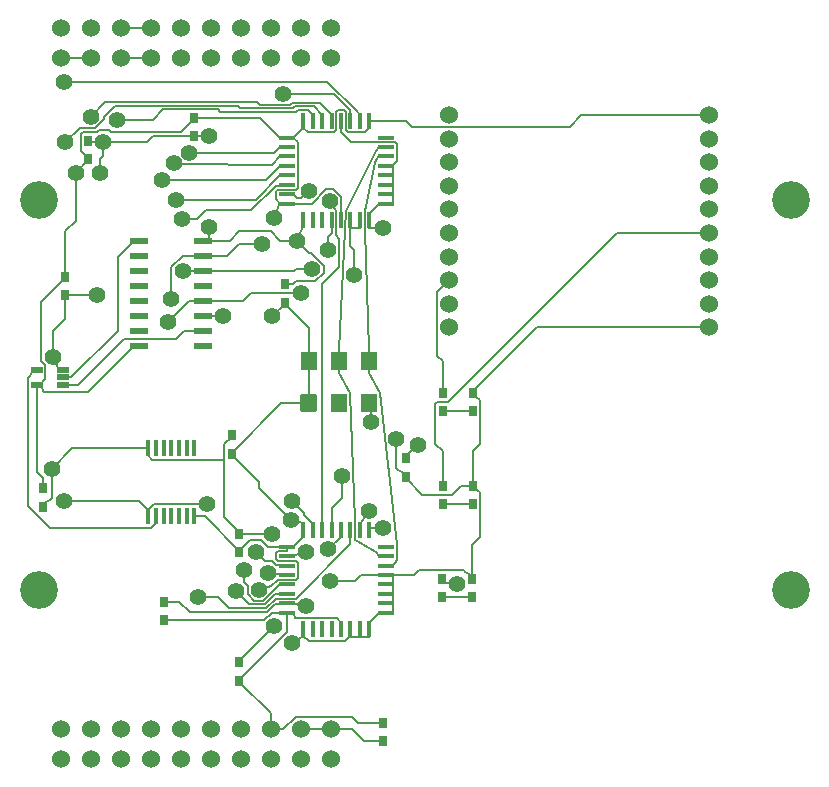
<source format=gtl>
*
*
G04 PADS 9.3.1 Build Number: 456998 generated Gerber (RS-274-X) file*
G04 PC Version=2.1*
*
%IN "DistanceRadioRover.pcb"*%
*
%MOIN*%
*
%FSLAX35Y35*%
*
*
*
*
G04 PC Standard Apertures*
*
*
G04 Thermal Relief Aperture macro.*
%AMTER*
1,1,$1,0,0*
1,0,$1-$2,0,0*
21,0,$3,$4,0,0,45*
21,0,$3,$4,0,0,135*
%
*
*
G04 Annular Aperture macro.*
%AMANN*
1,1,$1,0,0*
1,0,$2,0,0*
%
*
*
G04 Odd Aperture macro.*
%AMODD*
1,1,$1,0,0*
1,0,$1-0.005,0,0*
%
*
*
G04 PC Custom Aperture Macros*
*
*
*
*
*
*
G04 PC Aperture Table*
*
%ADD010C,0.001*%
%ADD023R,0.03X0.038*%
%ADD026C,0.06*%
%ADD033C,0.006*%
%ADD037C,0.055*%
%ADD140R,0.05906X0.02362*%
%ADD188R,0.05512X0.01181*%
%ADD189R,0.01181X0.05512*%
%ADD190C,0.0126*%
%ADD191R,0.05709X0.05906*%
%ADD192R,0.01575X0.05709*%
%ADD193R,0.03937X0.01969*%
%ADD194C,0.12598*%
*
*
*
*
G04 PC Circuitry*
G04 Layer Name DistanceRadioRover.pcb - circuitry*
%LPD*%
*
*
G04 PC Custom Flashes*
G04 Layer Name DistanceRadioRover.pcb - flashes*
%LPD*%
*
*
G04 PC Circuitry*
G04 Layer Name DistanceRadioRover.pcb - circuitry*
%LPD*%
*
G54D10*
G54D23*
G01X65512Y222313D03*
Y216113D03*
X80630Y34695D03*
Y40895D03*
X78110Y110286D03*
Y116486D03*
X136063Y108927D03*
Y102727D03*
X128504Y20738D03*
Y14538D03*
X80630Y77530D03*
Y83730D03*
X22677Y169399D03*
Y163199D03*
X55433Y54853D03*
Y61053D03*
X30236Y208554D03*
Y214754D03*
X95748Y160680D03*
Y166880D03*
X15118Y98848D03*
Y92648D03*
X148408Y99720D03*
Y93520D03*
X158487Y99720D03*
Y93520D03*
X148222Y68707D03*
Y62507D03*
X158300Y68707D03*
Y62507D03*
X148408Y130734D03*
Y124534D03*
X158487Y130734D03*
Y124534D03*
G54D26*
X21067Y8508D03*
Y18508D03*
X31067Y8508D03*
Y18508D03*
X41067Y8508D03*
Y18508D03*
X51067Y8508D03*
Y18508D03*
X61067Y8508D03*
Y18508D03*
X71067Y8508D03*
Y18508D03*
X81067Y8508D03*
Y18508D03*
X91067Y8508D03*
Y18508D03*
X101067Y8508D03*
Y18508D03*
X111067Y8508D03*
Y18508D03*
X21067Y242258D03*
Y252258D03*
X31067Y242258D03*
Y252258D03*
X41067Y242258D03*
Y252258D03*
X51067Y242258D03*
Y252258D03*
X61067Y242258D03*
Y252258D03*
X71067Y242258D03*
Y252258D03*
X81067Y242258D03*
Y252258D03*
X91067Y242258D03*
Y252258D03*
X101067Y242258D03*
Y252258D03*
X111067Y242258D03*
Y252258D03*
X237134Y223299D03*
Y215425D03*
Y207551D03*
Y199677D03*
Y191803D03*
Y183929D03*
Y176055D03*
Y168181D03*
Y160307D03*
Y152433D03*
X150520Y223299D03*
Y215425D03*
Y207551D03*
Y199677D03*
Y191803D03*
Y183929D03*
Y176055D03*
Y168181D03*
Y160307D03*
Y152433D03*
G54D33*
X101067Y18508D02*
X111067D01*
X91067D02*
X95259D01*
X99428Y22677*
X118289*
X120228Y20738*
X128504*
X111067Y18508D02*
X118289D01*
X122259Y14538*
X128504*
X80630Y40895D02*
Y41295D01*
X86203Y46868*
Y46896*
X92220Y52913*
X80630Y34695D02*
Y34295D01*
X91067Y23858*
Y18508*
X80630Y34695D02*
Y35095D01*
X96457Y50922*
Y57329*
X98268Y47370D02*
X101678Y49361D01*
X101969Y49531*
Y51817*
X55433Y61053D02*
X60565D01*
X64169Y57449*
X89888*
X92628Y60188*
X96457*
Y60479*
X55433Y54853D02*
X88994D01*
X91470Y57329*
X96457*
X67024Y62488D02*
X73575D01*
X77105Y58958*
X89696*
X92792Y62053*
X99501*
X117717Y80269*
Y84888*
X79622Y64504D02*
X83968Y60158D01*
X89196*
X92666Y63628*
X96457*
X87181Y65008D02*
X91205Y66146D01*
X93412Y68353*
X99501*
X100113Y68964*
Y74040*
X101969Y51817D02*
Y49652D01*
X103746Y47874*
X115939*
X117717Y49652*
Y51817*
X96457Y57329D02*
X98849D01*
X98913Y57038*
X99253Y55473*
X113076*
X114567Y53983*
Y51817*
X96457Y60479D02*
X97350D01*
X102803Y59465*
X110866Y68031D02*
X119246D01*
X121142Y69927*
X129528*
X120866Y51817D02*
Y49361D01*
X124016*
Y51817*
X117717D02*
Y49361D01*
X120866*
Y51817*
X131983Y66778D02*
X129528D01*
X131983*
Y69927*
Y63628D02*
X129528D01*
X131983*
Y66778*
Y60479D02*
X129528D01*
X131983*
Y63628*
X129528Y57329D02*
X131983D01*
Y60479*
X124016Y51817D02*
Y53983D01*
X127362Y57329*
X129528*
X148222Y62507D02*
X158300D01*
X80630Y83730D02*
X85510D01*
X85586Y83654*
X91717*
X80630Y77530D02*
Y77930D01*
X84338Y81638*
X87937*
X90199Y79376*
X96457*
X92801Y77190D02*
X93412Y77801D01*
X96372*
X96457Y77886*
Y79376*
X92801Y77190D02*
Y75263D01*
X93481Y74583*
X99570*
X100113Y74040*
X97764Y88189D02*
X101969Y87281D01*
Y84888*
X82142Y71559D02*
Y67528D01*
X83402Y66268*
Y63626*
X85669Y61358*
X88696*
X92527Y65190*
X92703*
X94291Y66778*
X96457*
X90205Y70551D02*
X94001Y70218D01*
X96457*
Y69927*
X86173Y77606D02*
X89166Y74613D01*
X91555*
X92801Y73368*
X96457*
Y73077*
Y76227D02*
X97875D01*
X102803Y77606*
X96457Y79376D02*
X98622D01*
X101969Y82723*
Y84888*
X110362Y78614D02*
X114567Y82716D01*
Y84888*
X108268D02*
Y166825D01*
X114012Y172570*
Y182015*
X111417Y84888D02*
Y92108D01*
X114898Y95589*
Y102803*
X120866Y84888D02*
Y86944D01*
X123969Y91213*
X124016Y84888D02*
Y85669D01*
X128504*
X129528Y73077D02*
X131693D01*
X132920Y74304*
X133183Y75263*
Y80340*
X131983Y69927D02*
X129528D01*
X138976*
X140608Y71559*
X155448*
X155964Y71043*
X157100Y70307*
X158300Y69529*
Y68707*
Y80084*
X160887Y82671*
Y97447*
X148222Y68707D02*
Y67133D01*
X149422Y67107*
X153197Y67024*
X10278Y92816D02*
Y135535D01*
X10992Y136249*
X11478Y137719*
X11704Y138403*
X13146*
X10278Y92816D02*
X17424Y85669D01*
X51391*
X52979Y87257*
Y89469*
X18142Y105323D02*
X24925Y112106D01*
X50276*
X15118Y92648D02*
Y93470D01*
X16318Y94248*
X17455Y94984*
X18142Y95672*
Y105323*
X22173Y94740D02*
X47071D01*
X50276Y91535*
Y89469*
X50131Y91680D02*
X52184Y93732D01*
X70047*
X50131Y91680D02*
Y89469D01*
X50276*
X52835D02*
X52979D01*
X75591Y108346D02*
Y113566D01*
X78110Y116086*
Y116486*
X75591Y108346D02*
Y89169D01*
X80630Y84130*
Y83730*
X65630Y89469D02*
X69091D01*
X80630Y77930*
Y77530*
X98268Y94740D02*
X102370Y90638D01*
Y89802*
X105118Y87053*
Y84888*
X136063Y102727D02*
Y102327D01*
X141634Y96756*
X151685*
X154649Y99720*
X158487*
Y98793*
X160887Y97447*
X158487Y99720D02*
Y111191D01*
X160887Y113591*
Y128396*
X148408Y93520D02*
X158487D01*
X50131Y109895D02*
X51680Y108346D01*
X75591*
X50131Y109895D02*
Y112106D01*
X50276*
X78110Y110286D02*
Y109886D01*
X87181Y100815*
Y98772*
X97764Y88189*
X78110Y110286D02*
Y110686D01*
X94723Y127298*
X103740*
Y141196*
X133039Y115402D02*
Y105750D01*
X133727Y105063*
X134863Y104327*
X136063Y103549*
Y102727*
Y108927D02*
Y109315D01*
X137263Y110527*
X140094Y113386*
X123740Y127298D02*
X124472D01*
Y120945*
X146008Y126807D02*
Y113591D01*
X148408Y111191*
Y99720*
X146008Y126807D02*
X146698Y127496D01*
X150210*
X206643Y183929*
X237134*
X148408Y124534D02*
X158487D01*
X18646Y142614D02*
Y151316D01*
X22677Y155347*
Y163199*
X18646Y142614D02*
X20429Y138403D01*
X21808*
X13146Y133285D02*
Y104388D01*
X15118Y102416*
Y98848*
X13146Y133285D02*
X14131D01*
X16015Y135169*
Y139922*
X13146Y133285D02*
X14601D01*
X14815Y132601*
X15261Y131170*
X15408Y131024*
X30295*
X45551Y146280*
X47323*
X21808Y135844D02*
X24676D01*
X40190Y151358*
Y175918*
X45551Y181280*
X47323*
X21808Y133285D02*
X26954D01*
X42331Y148661*
X59465*
X62083Y151280*
X68583*
X113740Y141196D02*
Y137343D01*
X117494Y130624*
X119207Y88017*
X119376Y81759*
X119903Y81232*
X126135Y77454*
X127362Y76227*
X129528*
X113740Y141196D02*
Y145049D01*
X116057Y185060*
X116226Y191318*
X126135Y211371*
X127362Y212598*
X129528*
X123740Y141196D02*
Y137343D01*
X127494Y130624*
X133183Y80340*
X158487Y130734D02*
Y129872D01*
X160887Y128396*
X158487Y130734D02*
Y131134D01*
X179786Y152433*
X237134*
X14614Y160936D02*
Y141322D01*
X16015Y139922*
X14614Y160936D02*
X22677Y168999D01*
Y169399*
Y163199D02*
X27305D01*
X27382Y163276*
X33260*
X56945Y154205D02*
X64020Y161280D01*
X68583*
X57953Y161764D02*
Y172469D01*
X61763Y176280*
X68583*
Y161280D02*
X82055D01*
X84555Y163780*
X101291*
X68583Y156280D02*
Y156220D01*
X75087*
X91717D02*
X95748Y160291D01*
Y160680*
Y166880D02*
X98689D01*
X99620Y167811*
X105949*
X108850Y170712*
Y172973*
X95748Y160680D02*
Y160280D01*
X103740Y152287*
Y141196*
X146620Y164281D02*
Y143070D01*
X148408Y141281*
Y130734*
X146620Y164281D02*
X150520Y168181D01*
X22677Y169399D02*
Y184558D01*
X26205Y188086*
Y204094*
X61480Y188472D02*
X66520D01*
X69543Y191496*
X84587*
X92801Y199709*
X96457*
Y200000*
X61984Y171339D02*
X68583D01*
Y171280*
Y181280D02*
X77469D01*
X80630Y184441*
X91213*
X94236Y181417*
X99780*
X68583Y181280D02*
X70551D01*
Y185953*
X68583Y176280D02*
X76500D01*
X80630Y180409*
X88189*
X68583Y171280D02*
X99057D01*
X99620Y171843*
X104819*
X99780Y181417D02*
X104032Y177164D01*
X104659*
X108850Y172973*
X99780Y181417D02*
X101969Y186394D01*
Y188189*
X110362Y178394D02*
Y182761D01*
X111417Y183816*
Y188189*
X117717D02*
Y185733D01*
X120866*
Y188189*
X117717D02*
Y179611D01*
X118929Y178399*
Y169827*
X122525Y185060D02*
Y191318D01*
X125872Y207263*
X126135Y208222*
X127362Y209449*
X129528*
X122525Y185060D02*
X123740Y145049D01*
Y141196*
X124016Y188189D02*
Y185753D01*
X124306Y185733*
X128504Y185449*
X124016Y188189D02*
Y190354D01*
X127362Y193701*
X129528*
X26205Y204094D02*
X30236Y208165D01*
Y208554*
X34268Y204094D02*
Y208630D01*
X35276Y209638*
Y214173*
X58961Y207118D02*
Y206996D01*
X76721*
X77102Y206614*
X91457*
X94291Y209449*
X96457*
X54929Y201575D02*
X89567D01*
X94291Y206299*
X96457*
X59465Y195024D02*
X86165D01*
X94291Y203150*
X96457*
X92801Y197814D02*
X93412Y198425D01*
X99501*
X100113Y199037*
Y214257*
X92801Y197814D02*
Y195191D01*
X94291Y193701*
X96457*
X92220Y188976D02*
X94001Y193410D01*
X94117Y193701*
X96457*
X104756*
X109606Y198551*
X111997*
X114567Y195981*
Y188189*
X96457Y196850D02*
X98622D01*
X100006Y195466*
X101230*
X103811Y198047*
X110866Y194520D02*
X112908Y191400D01*
Y183119*
X114012Y182015*
X131983Y206299D02*
X129528D01*
X131693*
X133183Y207790*
X131983Y203150D02*
X129528D01*
X131983*
Y206299*
Y200000D02*
X129528D01*
X131983*
Y203150*
Y196850D02*
X129528D01*
X131983*
Y200000*
X129528Y193701D02*
X131983D01*
Y196850*
X27836Y217026D02*
X28511Y217701D01*
X33352*
X33856Y218205*
X37291*
X37795Y217701*
X61300*
X65512Y221913*
Y222313*
X27836Y217026D02*
Y211354D01*
X30236Y208954*
Y208554*
X35276Y214173D02*
X50049D01*
X51988Y216113*
X65512*
X31244Y222740D02*
X36017Y227513D01*
X86722*
X87586Y226649*
X97406*
X98072Y227316*
X107527*
X111417Y223425*
Y221260*
X22677Y214173D02*
X27499Y218995D01*
X32661*
X35528Y221862*
Y222611*
X39229Y226313*
X80079*
X80942Y225449*
X98552*
X99219Y226116*
X105577*
X108268Y223425*
Y221260*
X39811Y221732D02*
X51860D01*
X55240Y225113*
X73459*
X74323Y224249*
X99697*
X100363Y224916*
X103628*
X105118Y223425*
Y221260*
X30236Y214754D02*
Y214173D01*
X35276*
X64000Y210646D02*
X92339D01*
X94291Y212598*
X96457*
X65512Y216113D02*
Y216189D01*
X70551*
X65512Y222313D02*
X87727D01*
X94291Y215748*
X96457*
X101969Y221260D02*
Y219094D01*
X103459Y217604*
X112381*
X112992Y218215*
Y224304*
X113604Y224916*
X115530*
X116142Y224304*
Y218215*
X116753Y217604*
X122525*
X124016Y219094*
Y221260*
X96457Y215748D02*
X98622D01*
X100113Y214257*
X96457Y215748D02*
X98622D01*
X101969Y219094*
Y221260*
X114567D02*
Y217604D01*
X117998Y214173*
X132572*
X133183Y213562*
Y207790*
X124016Y221260D02*
X136275D01*
X138136Y219399*
X190734*
X194634Y223299*
X237134*
X21067Y242258D02*
X31067D01*
X22173Y234331D02*
X109999D01*
X119433Y224896*
Y224858*
X120866Y223425*
Y221260*
X41067Y242258D02*
X51067D01*
X95244Y230299D02*
X112333D01*
X117717Y224916*
Y221260*
X41067Y252258D02*
X51067D01*
G54D37*
X98268Y47370D03*
X67024Y62488D03*
X79622Y64504D03*
X87181Y65008D03*
X92220Y52913D03*
X110866Y68031D03*
X102803Y59465D03*
X153197Y67024D03*
X97764Y88189D03*
X91717Y83654D03*
X82142Y71559D03*
X90205Y70551D03*
X86173Y77606D03*
X110362Y78614D03*
X102803Y77606D03*
X128504Y85669D03*
X18142Y105323D03*
X22173Y94740D03*
X70047Y93732D03*
X98268Y94740D03*
X114898Y102803D03*
X123969Y91213D03*
X140094Y113386D03*
X133039Y115402D03*
X124472Y120945D03*
X18646Y142614D03*
X33260Y163276D03*
X56945Y154205D03*
X57953Y161764D03*
X75087Y156220D03*
X91717D03*
X101291Y163780D03*
X61480Y188472D03*
X61984Y171339D03*
X70551Y185953D03*
X99780Y181417D03*
X88189Y180409D03*
X118929Y169827D03*
X104819Y171843D03*
X110362Y178394D03*
X128504Y185449D03*
X26205Y204094D03*
X34268D03*
X58961Y207118D03*
X54929Y201575D03*
X59465Y195024D03*
X92220Y188976D03*
X103811Y198047D03*
X110866Y194520D03*
X35276Y214173D03*
X31244Y222740D03*
X22677Y214173D03*
X39811Y221732D03*
X70551Y216189D03*
X64000Y210646D03*
X22173Y234331D03*
X95244Y230299D03*
G54D140*
X68583Y146280D03*
Y151280D03*
Y156280D03*
Y161280D03*
Y166280D03*
Y171280D03*
Y176280D03*
Y181280D03*
X47323D03*
Y176280D03*
Y171280D03*
Y166280D03*
Y161280D03*
Y156280D03*
Y151280D03*
Y146280D03*
G54D188*
X96457Y215748D03*
Y212598D03*
Y209449D03*
Y206299D03*
Y203150D03*
Y200000D03*
Y196850D03*
Y193701D03*
X129528D03*
Y196850D03*
Y200000D03*
Y203150D03*
Y206299D03*
Y209449D03*
Y212598D03*
Y215748D03*
X96457Y79376D03*
Y76227D03*
Y73077D03*
Y69927D03*
Y66778D03*
Y63628D03*
Y60479D03*
Y57329D03*
X129528D03*
Y60479D03*
Y63628D03*
Y66778D03*
Y69927D03*
Y73077D03*
Y76227D03*
Y79376D03*
G54D189*
X101969Y188189D03*
X105118D03*
X108268D03*
X111417D03*
X114567D03*
X117717D03*
X120866D03*
X124016D03*
Y221260D03*
X120866D03*
X117717D03*
X114567D03*
X111417D03*
X108268D03*
X105118D03*
X101969D03*
Y51817D03*
X105118D03*
X108268D03*
X111417D03*
X114567D03*
X117717D03*
X120866D03*
X124016D03*
Y84888D03*
X120866D03*
X117717D03*
X114567D03*
X111417D03*
X108268D03*
X105118D03*
X101969D03*
G54D190*
X105965Y124975D02*
X101516D01*
Y129621*
X105965*
Y124975*
X101516Y125984D02*
X105965D01*
X101516Y127244D02*
X105965D01*
X101516Y128504D02*
X105965D01*
X102047Y124975D02*
Y129621D01*
X103307Y124975D02*
Y129621D01*
X104567Y124975D02*
Y129621D01*
X105827Y124975D02*
Y129621D01*
G54D191*
X113740Y127298D03*
X123740D03*
Y141196D03*
X113740D03*
X103740D03*
G54D192*
X65630Y112106D03*
X63071D03*
X60512D03*
X57953D03*
X55394D03*
X52835D03*
X50276D03*
Y89469D03*
X52835D03*
X55394D03*
X57953D03*
X60512D03*
X63071D03*
X65630D03*
G54D193*
X21808Y133285D03*
Y135844D03*
Y138403D03*
X13146D03*
Y133285D03*
G54D194*
X13780Y64961D03*
Y194882D03*
X264567D03*
Y64961D03*
X0Y0D02*
M02*

</source>
